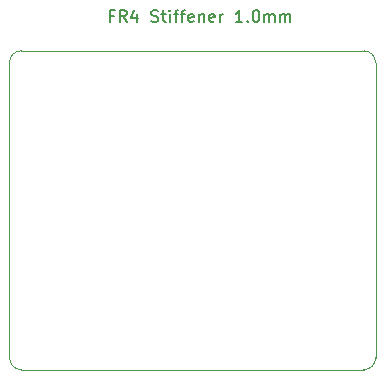
<source format=gbr>
%TF.GenerationSoftware,KiCad,Pcbnew,8.0.4*%
%TF.CreationDate,2024-07-27T11:55:36+02:00*%
%TF.ProjectId,PA3194G822_R02,50413331-3934-4473-9832-325f5230322e,2*%
%TF.SameCoordinates,Original*%
%TF.FileFunction,Other,User*%
%FSLAX46Y46*%
G04 Gerber Fmt 4.6, Leading zero omitted, Abs format (unit mm)*
G04 Created by KiCad (PCBNEW 8.0.4) date 2024-07-27 11:55:36*
%MOMM*%
%LPD*%
G01*
G04 APERTURE LIST*
%ADD10C,0.050000*%
%ADD11C,0.200000*%
G04 APERTURE END LIST*
D10*
X104000000Y-87500000D02*
X104000000Y-112500000D01*
X135000000Y-87500000D02*
X135000000Y-112500000D01*
X105000000Y-86500000D02*
X134000000Y-86500000D01*
X105000000Y-113500000D02*
G75*
G02*
X104000000Y-112500000I0J1000000D01*
G01*
X135000000Y-112500000D02*
G75*
G02*
X134000000Y-113500000I-1000000J0D01*
G01*
X134000000Y-86500000D02*
G75*
G02*
X135000000Y-87500000I0J-1000000D01*
G01*
X105000000Y-113500000D02*
X134000000Y-113500000D01*
X104000000Y-87500000D02*
G75*
G02*
X105000000Y-86500000I1000000J0D01*
G01*
D11*
X112823006Y-83543409D02*
X112489673Y-83543409D01*
X112489673Y-84067219D02*
X112489673Y-83067219D01*
X112489673Y-83067219D02*
X112965863Y-83067219D01*
X113918244Y-84067219D02*
X113584911Y-83591028D01*
X113346816Y-84067219D02*
X113346816Y-83067219D01*
X113346816Y-83067219D02*
X113727768Y-83067219D01*
X113727768Y-83067219D02*
X113823006Y-83114838D01*
X113823006Y-83114838D02*
X113870625Y-83162457D01*
X113870625Y-83162457D02*
X113918244Y-83257695D01*
X113918244Y-83257695D02*
X113918244Y-83400552D01*
X113918244Y-83400552D02*
X113870625Y-83495790D01*
X113870625Y-83495790D02*
X113823006Y-83543409D01*
X113823006Y-83543409D02*
X113727768Y-83591028D01*
X113727768Y-83591028D02*
X113346816Y-83591028D01*
X114775387Y-83400552D02*
X114775387Y-84067219D01*
X114537292Y-83019600D02*
X114299197Y-83733885D01*
X114299197Y-83733885D02*
X114918244Y-83733885D01*
X116013483Y-84019600D02*
X116156340Y-84067219D01*
X116156340Y-84067219D02*
X116394435Y-84067219D01*
X116394435Y-84067219D02*
X116489673Y-84019600D01*
X116489673Y-84019600D02*
X116537292Y-83971980D01*
X116537292Y-83971980D02*
X116584911Y-83876742D01*
X116584911Y-83876742D02*
X116584911Y-83781504D01*
X116584911Y-83781504D02*
X116537292Y-83686266D01*
X116537292Y-83686266D02*
X116489673Y-83638647D01*
X116489673Y-83638647D02*
X116394435Y-83591028D01*
X116394435Y-83591028D02*
X116203959Y-83543409D01*
X116203959Y-83543409D02*
X116108721Y-83495790D01*
X116108721Y-83495790D02*
X116061102Y-83448171D01*
X116061102Y-83448171D02*
X116013483Y-83352933D01*
X116013483Y-83352933D02*
X116013483Y-83257695D01*
X116013483Y-83257695D02*
X116061102Y-83162457D01*
X116061102Y-83162457D02*
X116108721Y-83114838D01*
X116108721Y-83114838D02*
X116203959Y-83067219D01*
X116203959Y-83067219D02*
X116442054Y-83067219D01*
X116442054Y-83067219D02*
X116584911Y-83114838D01*
X116870626Y-83400552D02*
X117251578Y-83400552D01*
X117013483Y-83067219D02*
X117013483Y-83924361D01*
X117013483Y-83924361D02*
X117061102Y-84019600D01*
X117061102Y-84019600D02*
X117156340Y-84067219D01*
X117156340Y-84067219D02*
X117251578Y-84067219D01*
X117584912Y-84067219D02*
X117584912Y-83400552D01*
X117584912Y-83067219D02*
X117537293Y-83114838D01*
X117537293Y-83114838D02*
X117584912Y-83162457D01*
X117584912Y-83162457D02*
X117632531Y-83114838D01*
X117632531Y-83114838D02*
X117584912Y-83067219D01*
X117584912Y-83067219D02*
X117584912Y-83162457D01*
X117918245Y-83400552D02*
X118299197Y-83400552D01*
X118061102Y-84067219D02*
X118061102Y-83210076D01*
X118061102Y-83210076D02*
X118108721Y-83114838D01*
X118108721Y-83114838D02*
X118203959Y-83067219D01*
X118203959Y-83067219D02*
X118299197Y-83067219D01*
X118489674Y-83400552D02*
X118870626Y-83400552D01*
X118632531Y-84067219D02*
X118632531Y-83210076D01*
X118632531Y-83210076D02*
X118680150Y-83114838D01*
X118680150Y-83114838D02*
X118775388Y-83067219D01*
X118775388Y-83067219D02*
X118870626Y-83067219D01*
X119584912Y-84019600D02*
X119489674Y-84067219D01*
X119489674Y-84067219D02*
X119299198Y-84067219D01*
X119299198Y-84067219D02*
X119203960Y-84019600D01*
X119203960Y-84019600D02*
X119156341Y-83924361D01*
X119156341Y-83924361D02*
X119156341Y-83543409D01*
X119156341Y-83543409D02*
X119203960Y-83448171D01*
X119203960Y-83448171D02*
X119299198Y-83400552D01*
X119299198Y-83400552D02*
X119489674Y-83400552D01*
X119489674Y-83400552D02*
X119584912Y-83448171D01*
X119584912Y-83448171D02*
X119632531Y-83543409D01*
X119632531Y-83543409D02*
X119632531Y-83638647D01*
X119632531Y-83638647D02*
X119156341Y-83733885D01*
X120061103Y-83400552D02*
X120061103Y-84067219D01*
X120061103Y-83495790D02*
X120108722Y-83448171D01*
X120108722Y-83448171D02*
X120203960Y-83400552D01*
X120203960Y-83400552D02*
X120346817Y-83400552D01*
X120346817Y-83400552D02*
X120442055Y-83448171D01*
X120442055Y-83448171D02*
X120489674Y-83543409D01*
X120489674Y-83543409D02*
X120489674Y-84067219D01*
X121346817Y-84019600D02*
X121251579Y-84067219D01*
X121251579Y-84067219D02*
X121061103Y-84067219D01*
X121061103Y-84067219D02*
X120965865Y-84019600D01*
X120965865Y-84019600D02*
X120918246Y-83924361D01*
X120918246Y-83924361D02*
X120918246Y-83543409D01*
X120918246Y-83543409D02*
X120965865Y-83448171D01*
X120965865Y-83448171D02*
X121061103Y-83400552D01*
X121061103Y-83400552D02*
X121251579Y-83400552D01*
X121251579Y-83400552D02*
X121346817Y-83448171D01*
X121346817Y-83448171D02*
X121394436Y-83543409D01*
X121394436Y-83543409D02*
X121394436Y-83638647D01*
X121394436Y-83638647D02*
X120918246Y-83733885D01*
X121823008Y-84067219D02*
X121823008Y-83400552D01*
X121823008Y-83591028D02*
X121870627Y-83495790D01*
X121870627Y-83495790D02*
X121918246Y-83448171D01*
X121918246Y-83448171D02*
X122013484Y-83400552D01*
X122013484Y-83400552D02*
X122108722Y-83400552D01*
X123727770Y-84067219D02*
X123156342Y-84067219D01*
X123442056Y-84067219D02*
X123442056Y-83067219D01*
X123442056Y-83067219D02*
X123346818Y-83210076D01*
X123346818Y-83210076D02*
X123251580Y-83305314D01*
X123251580Y-83305314D02*
X123156342Y-83352933D01*
X124156342Y-83971980D02*
X124203961Y-84019600D01*
X124203961Y-84019600D02*
X124156342Y-84067219D01*
X124156342Y-84067219D02*
X124108723Y-84019600D01*
X124108723Y-84019600D02*
X124156342Y-83971980D01*
X124156342Y-83971980D02*
X124156342Y-84067219D01*
X124823008Y-83067219D02*
X124918246Y-83067219D01*
X124918246Y-83067219D02*
X125013484Y-83114838D01*
X125013484Y-83114838D02*
X125061103Y-83162457D01*
X125061103Y-83162457D02*
X125108722Y-83257695D01*
X125108722Y-83257695D02*
X125156341Y-83448171D01*
X125156341Y-83448171D02*
X125156341Y-83686266D01*
X125156341Y-83686266D02*
X125108722Y-83876742D01*
X125108722Y-83876742D02*
X125061103Y-83971980D01*
X125061103Y-83971980D02*
X125013484Y-84019600D01*
X125013484Y-84019600D02*
X124918246Y-84067219D01*
X124918246Y-84067219D02*
X124823008Y-84067219D01*
X124823008Y-84067219D02*
X124727770Y-84019600D01*
X124727770Y-84019600D02*
X124680151Y-83971980D01*
X124680151Y-83971980D02*
X124632532Y-83876742D01*
X124632532Y-83876742D02*
X124584913Y-83686266D01*
X124584913Y-83686266D02*
X124584913Y-83448171D01*
X124584913Y-83448171D02*
X124632532Y-83257695D01*
X124632532Y-83257695D02*
X124680151Y-83162457D01*
X124680151Y-83162457D02*
X124727770Y-83114838D01*
X124727770Y-83114838D02*
X124823008Y-83067219D01*
X125584913Y-84067219D02*
X125584913Y-83400552D01*
X125584913Y-83495790D02*
X125632532Y-83448171D01*
X125632532Y-83448171D02*
X125727770Y-83400552D01*
X125727770Y-83400552D02*
X125870627Y-83400552D01*
X125870627Y-83400552D02*
X125965865Y-83448171D01*
X125965865Y-83448171D02*
X126013484Y-83543409D01*
X126013484Y-83543409D02*
X126013484Y-84067219D01*
X126013484Y-83543409D02*
X126061103Y-83448171D01*
X126061103Y-83448171D02*
X126156341Y-83400552D01*
X126156341Y-83400552D02*
X126299198Y-83400552D01*
X126299198Y-83400552D02*
X126394437Y-83448171D01*
X126394437Y-83448171D02*
X126442056Y-83543409D01*
X126442056Y-83543409D02*
X126442056Y-84067219D01*
X126918246Y-84067219D02*
X126918246Y-83400552D01*
X126918246Y-83495790D02*
X126965865Y-83448171D01*
X126965865Y-83448171D02*
X127061103Y-83400552D01*
X127061103Y-83400552D02*
X127203960Y-83400552D01*
X127203960Y-83400552D02*
X127299198Y-83448171D01*
X127299198Y-83448171D02*
X127346817Y-83543409D01*
X127346817Y-83543409D02*
X127346817Y-84067219D01*
X127346817Y-83543409D02*
X127394436Y-83448171D01*
X127394436Y-83448171D02*
X127489674Y-83400552D01*
X127489674Y-83400552D02*
X127632531Y-83400552D01*
X127632531Y-83400552D02*
X127727770Y-83448171D01*
X127727770Y-83448171D02*
X127775389Y-83543409D01*
X127775389Y-83543409D02*
X127775389Y-84067219D01*
M02*

</source>
